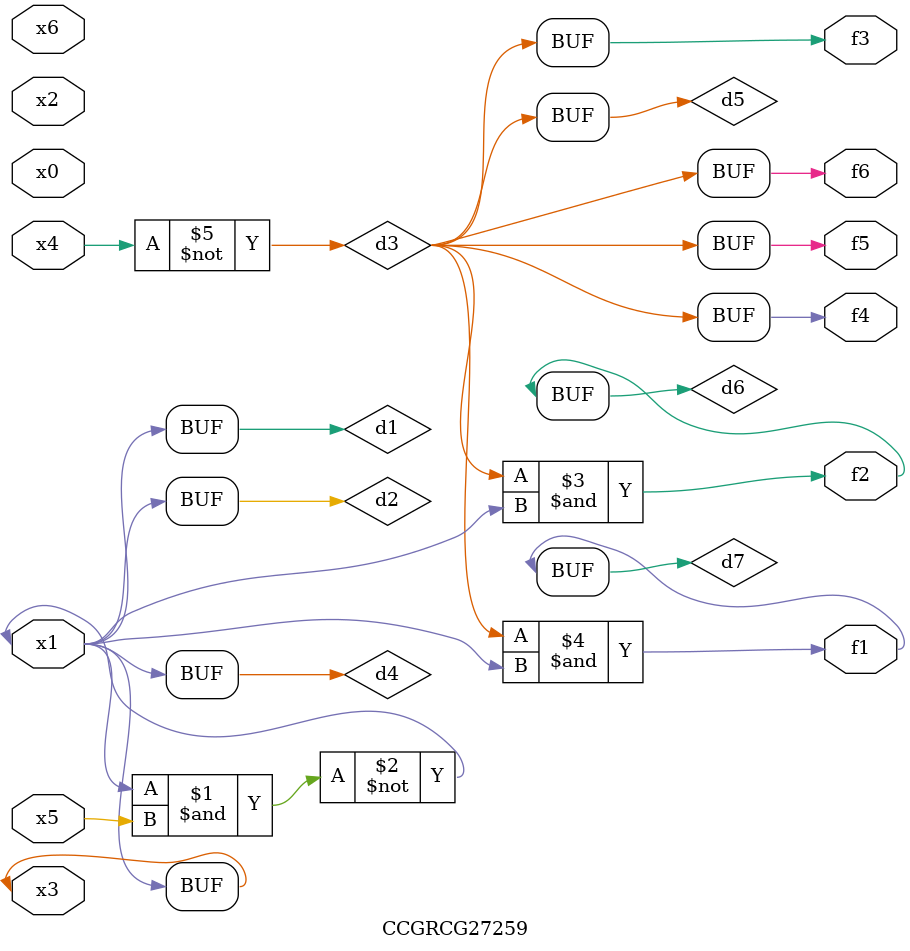
<source format=v>
module CCGRCG27259(
	input x0, x1, x2, x3, x4, x5, x6,
	output f1, f2, f3, f4, f5, f6
);

	wire d1, d2, d3, d4, d5, d6, d7;

	buf (d1, x1, x3);
	nand (d2, x1, x5);
	not (d3, x4);
	buf (d4, d1, d2);
	buf (d5, d3);
	and (d6, d3, d4);
	and (d7, d3, d4);
	assign f1 = d7;
	assign f2 = d6;
	assign f3 = d5;
	assign f4 = d5;
	assign f5 = d5;
	assign f6 = d5;
endmodule

</source>
